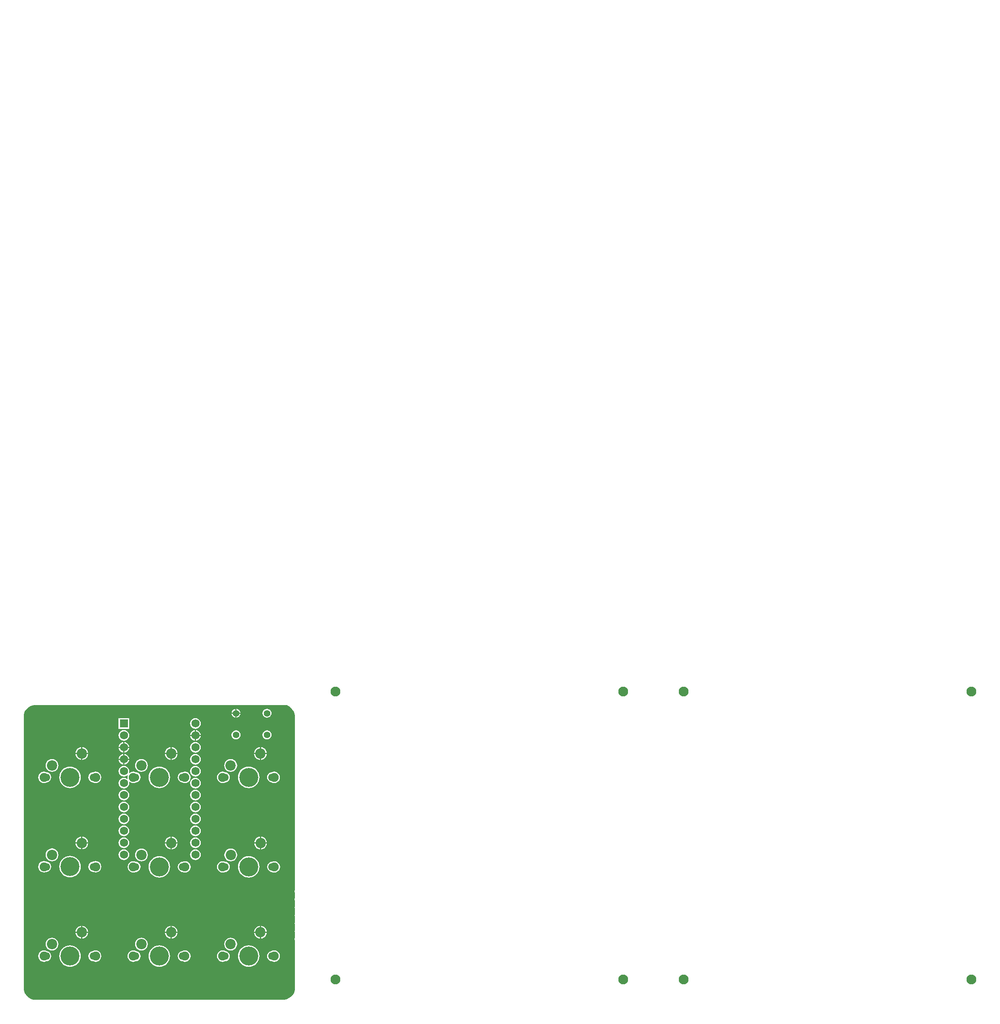
<source format=gbr>
%TF.GenerationSoftware,Altium Limited,Altium Designer,20.1.12 (249)*%
G04 Layer_Physical_Order=1*
G04 Layer_Color=255*
%FSLAX26Y26*%
%MOIN*%
%TF.SameCoordinates,48E641B1-37B0-44A9-B879-09A3BD72E7FB*%
%TF.FilePolarity,Positive*%
%TF.FileFunction,Copper,L1,Top,Signal*%
%TF.Part,Single*%
G01*
G75*
%TA.AperFunction,ComponentPad*%
%ADD10C,0.069016*%
%ADD11R,0.069016X0.069016*%
%ADD12C,0.159449*%
%ADD13C,0.086614*%
%ADD14C,0.074803*%
%ADD15C,0.066929*%
%ADD16C,0.055118*%
%TA.AperFunction,ViaPad*%
%ADD17C,0.082677*%
G36*
X2216175Y2477732D02*
X2228406Y2472666D01*
X2239414Y2465311D01*
X2254175Y2450549D01*
X2254175Y2450549D01*
X2261140Y2443585D01*
X2272083Y2427206D01*
X2279622Y2409007D01*
X2283465Y2389688D01*
Y2379838D01*
Y930604D01*
X2283010Y929506D01*
X2282814Y928521D01*
X2282430Y927593D01*
X2281339Y922108D01*
Y921104D01*
X2281143Y920119D01*
Y914527D01*
X2281339Y913542D01*
Y912538D01*
X2282430Y907053D01*
X2282814Y906125D01*
X2283010Y905140D01*
X2283465Y904042D01*
Y863674D01*
X2283010Y862577D01*
X2282814Y861592D01*
X2282430Y860664D01*
X2281339Y855179D01*
Y854175D01*
X2281143Y853190D01*
Y847597D01*
X2281339Y846613D01*
Y845609D01*
X2282430Y840124D01*
X2282814Y839196D01*
X2283010Y838211D01*
X2283465Y837113D01*
Y794252D01*
X2283381Y793831D01*
X2282997Y792904D01*
X2281906Y787419D01*
Y786414D01*
X2281710Y785430D01*
Y779837D01*
X2281906Y778852D01*
Y777848D01*
X2282997Y772363D01*
X2283381Y771436D01*
X2283465Y771015D01*
Y727323D01*
X2283381Y726902D01*
X2282997Y725975D01*
X2281906Y720490D01*
Y719485D01*
X2281710Y718500D01*
Y712908D01*
X2281906Y711923D01*
Y710919D01*
X2282997Y705434D01*
X2283381Y704506D01*
X2283465Y704086D01*
Y660394D01*
X2283381Y659973D01*
X2282997Y659045D01*
X2281906Y653561D01*
Y652556D01*
X2281710Y651571D01*
Y645979D01*
X2281906Y644994D01*
Y643990D01*
X2282997Y638505D01*
X2283381Y637577D01*
X2283465Y637157D01*
Y595584D01*
X2283313Y594822D01*
X2282929Y593894D01*
X2281838Y588409D01*
Y587405D01*
X2281642Y586420D01*
Y580828D01*
X2281838Y579843D01*
Y578839D01*
X2282929Y573354D01*
X2283313Y572426D01*
X2283465Y571664D01*
Y530080D01*
X2283126Y529261D01*
X2282930Y528276D01*
X2282545Y527348D01*
X2281454Y521863D01*
Y520859D01*
X2281258Y519874D01*
Y514282D01*
X2281454Y513297D01*
Y512293D01*
X2282545Y506808D01*
X2282930Y505880D01*
X2283126Y504895D01*
X2283465Y504077D01*
Y96737D01*
Y90117D01*
X2280882Y77132D01*
X2275815Y64901D01*
X2268460Y53893D01*
X2253699Y39132D01*
X2253699D01*
X2246734Y32167D01*
X2230356Y21224D01*
X2212157Y13685D01*
X2192837Y9842D01*
X90117D01*
X77132Y12425D01*
X64901Y17492D01*
X53893Y24847D01*
X30722Y48019D01*
X30722Y48019D01*
X30721Y48019D01*
X25757Y52983D01*
X17956Y64659D01*
X12582Y77632D01*
X9842Y91404D01*
Y98425D01*
Y2393421D01*
Y2400040D01*
X12425Y2413025D01*
X17492Y2425256D01*
X24847Y2436264D01*
X39608Y2451026D01*
X39608Y2451026D01*
Y2451026D01*
X46573Y2457990D01*
X62951Y2468934D01*
X81150Y2476472D01*
X100470Y2480315D01*
X2203190D01*
X2216175Y2477732D01*
D02*
G37*
G36*
X5782598Y8184882D02*
D01*
D02*
G37*
%LPC*%
G36*
X1793740Y2447619D02*
Y2415394D01*
X1825965D01*
X1825332Y2420199D01*
X1821548Y2429335D01*
X1815528Y2437181D01*
X1807682Y2443201D01*
X1798545Y2446986D01*
X1793740Y2447619D01*
D02*
G37*
G36*
X1783740Y2447619D02*
X1778935Y2446986D01*
X1769799Y2443201D01*
X1761953Y2437181D01*
X1755932Y2429335D01*
X1752148Y2420199D01*
X1751515Y2415394D01*
X1783740D01*
Y2447619D01*
D02*
G37*
G36*
X1825965Y2405394D02*
X1793740D01*
Y2373169D01*
X1798545Y2373801D01*
X1807682Y2377586D01*
X1815528Y2383606D01*
X1821548Y2391452D01*
X1825332Y2400589D01*
X1825965Y2405394D01*
D02*
G37*
G36*
X1783740D02*
X1751515D01*
X1752148Y2400589D01*
X1755932Y2391452D01*
X1761953Y2383606D01*
X1769799Y2377586D01*
X1778935Y2373801D01*
X1783740Y2373169D01*
Y2405394D01*
D02*
G37*
G36*
X2048583Y2448277D02*
X2038778Y2446986D01*
X2029641Y2443201D01*
X2021795Y2437181D01*
X2015775Y2429335D01*
X2011990Y2420199D01*
X2010700Y2410394D01*
X2011990Y2400589D01*
X2015775Y2391452D01*
X2021795Y2383606D01*
X2029641Y2377586D01*
X2038778Y2373801D01*
X2048583Y2372511D01*
X2058388Y2373801D01*
X2067524Y2377586D01*
X2075370Y2383606D01*
X2081390Y2391452D01*
X2085175Y2400589D01*
X2086466Y2410394D01*
X2085175Y2420199D01*
X2081390Y2429335D01*
X2075370Y2437181D01*
X2067524Y2443201D01*
X2058388Y2446986D01*
X2048583Y2448277D01*
D02*
G37*
G36*
X893362Y2368682D02*
X804346D01*
Y2279666D01*
X893362D01*
Y2368682D01*
D02*
G37*
G36*
X1448854Y2369066D02*
X1437235Y2367536D01*
X1426408Y2363051D01*
X1417111Y2355917D01*
X1409977Y2346620D01*
X1405492Y2335793D01*
X1403962Y2324174D01*
X1405492Y2312555D01*
X1409977Y2301728D01*
X1417111Y2292430D01*
X1426408Y2285296D01*
X1437235Y2280811D01*
X1448854Y2279282D01*
X1460473Y2280811D01*
X1471300Y2285296D01*
X1480598Y2292430D01*
X1487732Y2301728D01*
X1492216Y2312555D01*
X1493746Y2324174D01*
X1492216Y2335793D01*
X1487732Y2346620D01*
X1480598Y2355917D01*
X1471300Y2363051D01*
X1460473Y2367536D01*
X1448854Y2369066D01*
D02*
G37*
G36*
X1453854Y2268407D02*
Y2229174D01*
X1493088D01*
X1492216Y2235793D01*
X1487732Y2246620D01*
X1480598Y2255917D01*
X1471300Y2263051D01*
X1460473Y2267536D01*
X1453854Y2268407D01*
D02*
G37*
G36*
X1443854D02*
X1437235Y2267536D01*
X1426408Y2263051D01*
X1417111Y2255917D01*
X1409977Y2246620D01*
X1405492Y2235793D01*
X1404621Y2229174D01*
X1443854D01*
Y2268407D01*
D02*
G37*
G36*
X2048583Y2267174D02*
X2038778Y2265884D01*
X2029641Y2262099D01*
X2021795Y2256079D01*
X2015775Y2248233D01*
X2011990Y2239096D01*
X2010700Y2229291D01*
X2011990Y2219486D01*
X2015775Y2210350D01*
X2021795Y2202504D01*
X2029641Y2196484D01*
X2038778Y2192699D01*
X2048583Y2191408D01*
X2058388Y2192699D01*
X2067524Y2196484D01*
X2075370Y2202504D01*
X2081390Y2210350D01*
X2085175Y2219486D01*
X2086466Y2229291D01*
X2085175Y2239096D01*
X2081390Y2248233D01*
X2075370Y2256079D01*
X2067524Y2262099D01*
X2058388Y2265884D01*
X2048583Y2267174D01*
D02*
G37*
G36*
X1788740D02*
X1778935Y2265884D01*
X1769799Y2262099D01*
X1761953Y2256079D01*
X1755932Y2248233D01*
X1752148Y2239096D01*
X1750857Y2229291D01*
X1752148Y2219486D01*
X1755932Y2210350D01*
X1761953Y2202504D01*
X1769799Y2196484D01*
X1778935Y2192699D01*
X1788740Y2191408D01*
X1798545Y2192699D01*
X1807682Y2196484D01*
X1815528Y2202504D01*
X1821548Y2210350D01*
X1825332Y2219486D01*
X1826623Y2229291D01*
X1825332Y2239096D01*
X1821548Y2248233D01*
X1815528Y2256079D01*
X1807682Y2262099D01*
X1798545Y2265884D01*
X1788740Y2267174D01*
D02*
G37*
G36*
X1493088Y2219174D02*
X1453854D01*
Y2179940D01*
X1460473Y2180811D01*
X1471300Y2185296D01*
X1480598Y2192430D01*
X1487732Y2201728D01*
X1492216Y2212555D01*
X1493088Y2219174D01*
D02*
G37*
G36*
X1443854D02*
X1404621D01*
X1405492Y2212555D01*
X1409977Y2201728D01*
X1417111Y2192430D01*
X1426408Y2185296D01*
X1437235Y2180811D01*
X1443854Y2179940D01*
Y2219174D01*
D02*
G37*
G36*
X848854Y2269066D02*
X837235Y2267536D01*
X826408Y2263051D01*
X817111Y2255917D01*
X809977Y2246620D01*
X805492Y2235793D01*
X803962Y2224174D01*
X805492Y2212555D01*
X809977Y2201728D01*
X817111Y2192430D01*
X826408Y2185296D01*
X837235Y2180811D01*
X848854Y2179282D01*
X860473Y2180811D01*
X871300Y2185296D01*
X880598Y2192430D01*
X887732Y2201728D01*
X892216Y2212555D01*
X893746Y2224174D01*
X892216Y2235793D01*
X887732Y2246620D01*
X880598Y2255917D01*
X871300Y2263051D01*
X860473Y2267536D01*
X848854Y2269066D01*
D02*
G37*
G36*
X853854Y2168407D02*
Y2129174D01*
X893088D01*
X892216Y2135793D01*
X887732Y2146620D01*
X880598Y2155917D01*
X871300Y2163051D01*
X860473Y2167536D01*
X853854Y2168407D01*
D02*
G37*
G36*
X843854D02*
X837235Y2167536D01*
X826408Y2163051D01*
X817111Y2155917D01*
X809977Y2146620D01*
X805492Y2135793D01*
X804621Y2129174D01*
X843854D01*
Y2168407D01*
D02*
G37*
G36*
X893088Y2119174D02*
X853854D01*
Y2079940D01*
X860473Y2080811D01*
X871300Y2085296D01*
X880598Y2092430D01*
X887732Y2101728D01*
X892216Y2112555D01*
X893088Y2119174D01*
D02*
G37*
G36*
X843854D02*
X804621D01*
X805492Y2112555D01*
X809977Y2101728D01*
X817111Y2092430D01*
X826408Y2085296D01*
X837235Y2080811D01*
X843854Y2079940D01*
Y2119174D01*
D02*
G37*
G36*
X1448854Y2169066D02*
X1437235Y2167536D01*
X1426408Y2163051D01*
X1417111Y2155917D01*
X1409977Y2146620D01*
X1405492Y2135793D01*
X1403962Y2124174D01*
X1405492Y2112555D01*
X1409977Y2101728D01*
X1417111Y2092430D01*
X1426408Y2085296D01*
X1437235Y2080811D01*
X1448854Y2079282D01*
X1460473Y2080811D01*
X1471300Y2085296D01*
X1480598Y2092430D01*
X1487732Y2101728D01*
X1492216Y2112555D01*
X1493746Y2124174D01*
X1492216Y2135793D01*
X1487732Y2146620D01*
X1480598Y2155917D01*
X1471300Y2163051D01*
X1460473Y2167536D01*
X1448854Y2169066D01*
D02*
G37*
G36*
X1999882Y2125943D02*
Y2077835D01*
X2047991D01*
X2046817Y2086751D01*
X2041446Y2099718D01*
X2032901Y2110854D01*
X2021765Y2119398D01*
X2008798Y2124770D01*
X1999882Y2125943D01*
D02*
G37*
G36*
X1989882D02*
X1980966Y2124770D01*
X1967998Y2119398D01*
X1956863Y2110854D01*
X1948318Y2099718D01*
X1942947Y2086751D01*
X1941773Y2077835D01*
X1989882D01*
Y2125943D01*
D02*
G37*
G36*
X1250669D02*
Y2077835D01*
X1298778D01*
X1297604Y2086751D01*
X1292233Y2099718D01*
X1283688Y2110854D01*
X1272553Y2119398D01*
X1259585Y2124770D01*
X1250669Y2125943D01*
D02*
G37*
G36*
X1240669D02*
X1231753Y2124770D01*
X1218786Y2119398D01*
X1207650Y2110854D01*
X1199106Y2099718D01*
X1193734Y2086751D01*
X1192561Y2077835D01*
X1240669D01*
Y2125943D01*
D02*
G37*
G36*
X501457D02*
Y2077835D01*
X549565D01*
X548392Y2086751D01*
X543020Y2099718D01*
X534476Y2110854D01*
X523340Y2119398D01*
X510373Y2124770D01*
X501457Y2125943D01*
D02*
G37*
G36*
X491457D02*
X482541Y2124770D01*
X469573Y2119398D01*
X458438Y2110854D01*
X449893Y2099718D01*
X444522Y2086751D01*
X443348Y2077835D01*
X491457D01*
Y2125943D01*
D02*
G37*
G36*
X853854Y2068407D02*
Y2029174D01*
X893088D01*
X892216Y2035793D01*
X887732Y2046620D01*
X880598Y2055917D01*
X871300Y2063051D01*
X860473Y2067536D01*
X853854Y2068407D01*
D02*
G37*
G36*
X843854D02*
X837235Y2067536D01*
X826408Y2063051D01*
X817111Y2055917D01*
X809977Y2046620D01*
X805492Y2035793D01*
X804621Y2029174D01*
X843854D01*
Y2068407D01*
D02*
G37*
G36*
X2047991Y2067835D02*
X1999882D01*
Y2019726D01*
X2008798Y2020900D01*
X2021765Y2026271D01*
X2032901Y2034815D01*
X2041446Y2045951D01*
X2046817Y2058919D01*
X2047991Y2067835D01*
D02*
G37*
G36*
X1989882D02*
X1941773D01*
X1942947Y2058919D01*
X1948318Y2045951D01*
X1956863Y2034815D01*
X1967998Y2026271D01*
X1980966Y2020900D01*
X1989882Y2019726D01*
Y2067835D01*
D02*
G37*
G36*
X549565D02*
X501457D01*
Y2019726D01*
X510373Y2020900D01*
X523340Y2026271D01*
X534476Y2034815D01*
X543020Y2045951D01*
X548392Y2058919D01*
X549565Y2067835D01*
D02*
G37*
G36*
X491457D02*
X443348D01*
X444522Y2058919D01*
X449893Y2045951D01*
X458438Y2034815D01*
X469573Y2026271D01*
X482541Y2020900D01*
X491457Y2019726D01*
Y2067835D01*
D02*
G37*
G36*
X1298778D02*
X1250669D01*
Y2019726D01*
X1259585Y2020900D01*
X1272553Y2026271D01*
X1283688Y2034815D01*
X1292233Y2045951D01*
X1297604Y2058919D01*
X1298778Y2067835D01*
D02*
G37*
G36*
X1240669D02*
X1192561D01*
X1193734Y2058919D01*
X1199106Y2045951D01*
X1207650Y2034815D01*
X1218786Y2026271D01*
X1231753Y2020900D01*
X1240669Y2019726D01*
Y2067835D01*
D02*
G37*
G36*
X893088Y2019174D02*
X853854D01*
Y1979940D01*
X860473Y1980812D01*
X871300Y1985296D01*
X880598Y1992430D01*
X887732Y2001728D01*
X892216Y2012555D01*
X893088Y2019174D01*
D02*
G37*
G36*
X843854D02*
X804621D01*
X805492Y2012555D01*
X809977Y2001728D01*
X817111Y1992430D01*
X826408Y1985296D01*
X837235Y1980812D01*
X843854Y1979940D01*
Y2019174D01*
D02*
G37*
G36*
X1448854Y2069066D02*
X1437235Y2067536D01*
X1426408Y2063051D01*
X1417111Y2055917D01*
X1409977Y2046620D01*
X1405492Y2035793D01*
X1403962Y2024174D01*
X1405492Y2012555D01*
X1409977Y2001728D01*
X1417111Y1992430D01*
X1426408Y1985296D01*
X1437235Y1980812D01*
X1448854Y1979282D01*
X1460473Y1980812D01*
X1471300Y1985296D01*
X1480598Y1992430D01*
X1487732Y2001728D01*
X1492216Y2012555D01*
X1493746Y2024174D01*
X1492216Y2035793D01*
X1487732Y2046620D01*
X1480598Y2055917D01*
X1471300Y2063051D01*
X1460473Y2067536D01*
X1448854Y2069066D01*
D02*
G37*
G36*
X1744882Y2026602D02*
X1730966Y2024770D01*
X1717998Y2019398D01*
X1706863Y2010854D01*
X1698318Y1999718D01*
X1692947Y1986751D01*
X1691115Y1972835D01*
X1692947Y1958919D01*
X1698318Y1945951D01*
X1706863Y1934815D01*
X1717998Y1926271D01*
X1730966Y1920900D01*
X1744882Y1919068D01*
X1758798Y1920900D01*
X1771765Y1926271D01*
X1782901Y1934815D01*
X1791446Y1945951D01*
X1796817Y1958919D01*
X1798649Y1972835D01*
X1796817Y1986751D01*
X1791446Y1999718D01*
X1782901Y2010854D01*
X1771765Y2019398D01*
X1758798Y2024770D01*
X1744882Y2026602D01*
D02*
G37*
G36*
X995669D02*
X981753Y2024770D01*
X968786Y2019398D01*
X957650Y2010854D01*
X949106Y1999718D01*
X943734Y1986751D01*
X941902Y1972835D01*
X943734Y1958919D01*
X949106Y1945951D01*
X957650Y1934815D01*
X968786Y1926271D01*
X981753Y1920900D01*
X995669Y1919068D01*
X1009585Y1920900D01*
X1022553Y1926271D01*
X1033688Y1934815D01*
X1042233Y1945951D01*
X1047604Y1958919D01*
X1049436Y1972835D01*
X1047604Y1986751D01*
X1042233Y1999718D01*
X1033688Y2010854D01*
X1022553Y2019398D01*
X1009585Y2024770D01*
X995669Y2026602D01*
D02*
G37*
G36*
X246457D02*
X232541Y2024770D01*
X219573Y2019398D01*
X208438Y2010854D01*
X199893Y1999718D01*
X194522Y1986751D01*
X192690Y1972835D01*
X194522Y1958919D01*
X199893Y1945951D01*
X208438Y1934815D01*
X219573Y1926271D01*
X232541Y1920900D01*
X246457Y1919068D01*
X260373Y1920900D01*
X273340Y1926271D01*
X284476Y1934815D01*
X293020Y1945951D01*
X298392Y1958919D01*
X300224Y1972835D01*
X298392Y1986751D01*
X293020Y1999718D01*
X284476Y2010854D01*
X273340Y2019398D01*
X260373Y2024770D01*
X246457Y2026602D01*
D02*
G37*
G36*
X1448854Y1969066D02*
X1437235Y1967536D01*
X1426408Y1963051D01*
X1417111Y1955917D01*
X1409977Y1946620D01*
X1405492Y1935793D01*
X1403962Y1924174D01*
X1405492Y1912555D01*
X1409977Y1901728D01*
X1417111Y1892430D01*
X1426408Y1885296D01*
X1437235Y1880812D01*
X1448854Y1879282D01*
X1460473Y1880812D01*
X1471300Y1885296D01*
X1480598Y1892430D01*
X1487732Y1901728D01*
X1492216Y1912555D01*
X1493746Y1924174D01*
X1492216Y1935793D01*
X1487732Y1946620D01*
X1480598Y1955917D01*
X1471300Y1963051D01*
X1460473Y1967536D01*
X1448854Y1969066D01*
D02*
G37*
G36*
X848854D02*
X837235Y1967536D01*
X826408Y1963051D01*
X817111Y1955917D01*
X809977Y1946620D01*
X805492Y1935793D01*
X803962Y1924174D01*
X805492Y1912555D01*
X809977Y1901728D01*
X817111Y1892430D01*
X826408Y1885296D01*
X837235Y1880812D01*
X848854Y1879282D01*
X860473Y1880812D01*
X871300Y1885296D01*
X878481Y1890806D01*
X882588Y1887655D01*
X881574Y1885209D01*
X879945Y1872835D01*
X881427Y1861583D01*
X878823Y1859419D01*
X876955Y1858712D01*
X871300Y1863051D01*
X860473Y1867536D01*
X848854Y1869066D01*
X837235Y1867536D01*
X826408Y1863051D01*
X817111Y1855917D01*
X809977Y1846620D01*
X805492Y1835793D01*
X803962Y1824174D01*
X805492Y1812555D01*
X809977Y1801728D01*
X817111Y1792430D01*
X826408Y1785296D01*
X837235Y1780812D01*
X848854Y1779282D01*
X860473Y1780812D01*
X871300Y1785296D01*
X880598Y1792430D01*
X887732Y1801728D01*
X892216Y1812555D01*
X893746Y1824174D01*
X892471Y1833859D01*
X897062Y1836639D01*
X903851Y1831429D01*
X915382Y1826653D01*
X927756Y1825024D01*
X940130Y1826653D01*
X946296Y1829207D01*
X956032Y1830489D01*
X966605Y1834868D01*
X975684Y1841835D01*
X982651Y1850915D01*
X987031Y1861488D01*
X988525Y1872835D01*
X987031Y1884181D01*
X982651Y1894754D01*
X975684Y1903834D01*
X966605Y1910801D01*
X956032Y1915180D01*
X946296Y1916462D01*
X940130Y1919016D01*
X927756Y1920645D01*
X915382Y1919016D01*
X903851Y1914240D01*
X895753Y1908026D01*
X891646Y1911177D01*
X892216Y1912555D01*
X893746Y1924174D01*
X892216Y1935793D01*
X887732Y1946620D01*
X880598Y1955917D01*
X871300Y1963051D01*
X860473Y1967536D01*
X848854Y1969066D01*
D02*
G37*
G36*
X2110433Y1920645D02*
X2098059Y1919016D01*
X2091710Y1916386D01*
X2082551Y1915180D01*
X2071978Y1910801D01*
X2062898Y1903834D01*
X2055931Y1894754D01*
X2051552Y1884181D01*
X2050058Y1872835D01*
X2051552Y1861488D01*
X2055931Y1850915D01*
X2062898Y1841835D01*
X2071978Y1834868D01*
X2082551Y1830489D01*
X2091710Y1829283D01*
X2098059Y1826653D01*
X2110433Y1825024D01*
X2122807Y1826653D01*
X2134338Y1831429D01*
X2144240Y1839027D01*
X2151838Y1848929D01*
X2156614Y1860460D01*
X2158244Y1872835D01*
X2156614Y1885209D01*
X2151838Y1896740D01*
X2144240Y1906642D01*
X2134338Y1914240D01*
X2122807Y1919016D01*
X2110433Y1920645D01*
D02*
G37*
G36*
X1676968D02*
X1664594Y1919016D01*
X1653063Y1914240D01*
X1643161Y1906642D01*
X1635563Y1896740D01*
X1630787Y1885209D01*
X1629158Y1872835D01*
X1630787Y1860460D01*
X1635563Y1848929D01*
X1643161Y1839027D01*
X1653063Y1831429D01*
X1664594Y1826653D01*
X1676968Y1825024D01*
X1689343Y1826653D01*
X1695508Y1829207D01*
X1705244Y1830489D01*
X1715817Y1834868D01*
X1724897Y1841835D01*
X1731864Y1850915D01*
X1736243Y1861488D01*
X1737737Y1872835D01*
X1736243Y1884181D01*
X1731864Y1894754D01*
X1724897Y1903834D01*
X1715817Y1910801D01*
X1705244Y1915180D01*
X1695508Y1916462D01*
X1689343Y1919016D01*
X1676968Y1920645D01*
D02*
G37*
G36*
X1361220D02*
X1348846Y1919016D01*
X1342497Y1916386D01*
X1333339Y1915180D01*
X1322765Y1910801D01*
X1313686Y1903834D01*
X1306719Y1894754D01*
X1302339Y1884181D01*
X1300845Y1872835D01*
X1302339Y1861488D01*
X1306719Y1850915D01*
X1313686Y1841835D01*
X1322765Y1834868D01*
X1333339Y1830489D01*
X1342497Y1829283D01*
X1348846Y1826653D01*
X1361220Y1825024D01*
X1373595Y1826653D01*
X1385126Y1831429D01*
X1395028Y1839027D01*
X1402626Y1848929D01*
X1407402Y1860460D01*
X1409031Y1872835D01*
X1407402Y1885209D01*
X1402626Y1896740D01*
X1395028Y1906642D01*
X1385126Y1914240D01*
X1373595Y1919016D01*
X1361220Y1920645D01*
D02*
G37*
G36*
X612008D02*
X599634Y1919016D01*
X593285Y1916386D01*
X584126Y1915180D01*
X573553Y1910801D01*
X564473Y1903834D01*
X557506Y1894754D01*
X553126Y1884181D01*
X551633Y1872835D01*
X553126Y1861488D01*
X557506Y1850915D01*
X564473Y1841835D01*
X573553Y1834868D01*
X584126Y1830489D01*
X593285Y1829283D01*
X599634Y1826653D01*
X612008Y1825024D01*
X624382Y1826653D01*
X635913Y1831429D01*
X645815Y1839027D01*
X653413Y1848929D01*
X658189Y1860460D01*
X659818Y1872835D01*
X658189Y1885209D01*
X653413Y1896740D01*
X645815Y1906642D01*
X635913Y1914240D01*
X624382Y1919016D01*
X612008Y1920645D01*
D02*
G37*
G36*
X178543D02*
X166169Y1919016D01*
X154638Y1914240D01*
X144736Y1906642D01*
X137138Y1896740D01*
X132362Y1885209D01*
X130733Y1872835D01*
X132362Y1860460D01*
X137138Y1848929D01*
X144736Y1839027D01*
X154638Y1831429D01*
X166169Y1826653D01*
X178543Y1825024D01*
X190917Y1826653D01*
X197083Y1829207D01*
X206819Y1830489D01*
X217392Y1834868D01*
X226472Y1841835D01*
X233439Y1850915D01*
X237818Y1861488D01*
X239312Y1872835D01*
X237818Y1884181D01*
X233439Y1894754D01*
X226472Y1903834D01*
X217392Y1910801D01*
X206819Y1915180D01*
X197083Y1916462D01*
X190917Y1919016D01*
X178543Y1920645D01*
D02*
G37*
G36*
X1895472Y1963584D02*
X1877883Y1961851D01*
X1860970Y1956721D01*
X1845383Y1948389D01*
X1831721Y1937177D01*
X1820508Y1923515D01*
X1812177Y1907927D01*
X1807046Y1891014D01*
X1805314Y1873425D01*
X1807046Y1855836D01*
X1812177Y1838923D01*
X1820508Y1823336D01*
X1831721Y1809674D01*
X1845383Y1798461D01*
X1860970Y1790130D01*
X1877883Y1784999D01*
X1895472Y1783267D01*
X1913062Y1784999D01*
X1929975Y1790130D01*
X1945562Y1798461D01*
X1959224Y1809674D01*
X1970437Y1823336D01*
X1978768Y1838923D01*
X1983899Y1855836D01*
X1985631Y1873425D01*
X1983899Y1891014D01*
X1978768Y1907927D01*
X1970437Y1923515D01*
X1959224Y1937177D01*
X1945562Y1948389D01*
X1929975Y1956721D01*
X1913062Y1961851D01*
X1895472Y1963584D01*
D02*
G37*
G36*
X1146260D02*
X1128671Y1961851D01*
X1111758Y1956721D01*
X1096170Y1948389D01*
X1082508Y1937177D01*
X1071296Y1923515D01*
X1062964Y1907927D01*
X1057834Y1891014D01*
X1056101Y1873425D01*
X1057834Y1855836D01*
X1062964Y1838923D01*
X1071296Y1823336D01*
X1082508Y1809674D01*
X1096170Y1798461D01*
X1111758Y1790130D01*
X1128671Y1784999D01*
X1146260Y1783267D01*
X1163849Y1784999D01*
X1180762Y1790130D01*
X1196349Y1798461D01*
X1210012Y1809674D01*
X1221224Y1823336D01*
X1229555Y1838923D01*
X1234686Y1855836D01*
X1236418Y1873425D01*
X1234686Y1891014D01*
X1229555Y1907927D01*
X1221224Y1923515D01*
X1210012Y1937177D01*
X1196349Y1948389D01*
X1180762Y1956721D01*
X1163849Y1961851D01*
X1146260Y1963584D01*
D02*
G37*
G36*
X397047D02*
X379458Y1961851D01*
X362545Y1956721D01*
X346958Y1948389D01*
X333296Y1937177D01*
X322083Y1923515D01*
X313752Y1907927D01*
X308621Y1891014D01*
X306889Y1873425D01*
X308621Y1855836D01*
X313752Y1838923D01*
X322083Y1823336D01*
X333296Y1809674D01*
X346958Y1798461D01*
X362545Y1790130D01*
X379458Y1784999D01*
X397047Y1783267D01*
X414636Y1784999D01*
X431549Y1790130D01*
X447137Y1798461D01*
X460799Y1809674D01*
X472011Y1823336D01*
X480343Y1838923D01*
X485473Y1855836D01*
X487206Y1873425D01*
X485473Y1891014D01*
X480343Y1907927D01*
X472011Y1923515D01*
X460799Y1937177D01*
X447137Y1948389D01*
X431549Y1956721D01*
X414636Y1961851D01*
X397047Y1963584D01*
D02*
G37*
G36*
X1448854Y1869066D02*
X1437235Y1867536D01*
X1426408Y1863051D01*
X1417111Y1855917D01*
X1409977Y1846620D01*
X1405492Y1835793D01*
X1403962Y1824174D01*
X1405492Y1812555D01*
X1409977Y1801728D01*
X1417111Y1792430D01*
X1426408Y1785296D01*
X1437235Y1780812D01*
X1448854Y1779282D01*
X1460473Y1780812D01*
X1471300Y1785296D01*
X1480598Y1792430D01*
X1487732Y1801728D01*
X1492216Y1812555D01*
X1493746Y1824174D01*
X1492216Y1835793D01*
X1487732Y1846620D01*
X1480598Y1855917D01*
X1471300Y1863051D01*
X1460473Y1867536D01*
X1448854Y1869066D01*
D02*
G37*
G36*
Y1769066D02*
X1437235Y1767536D01*
X1426408Y1763051D01*
X1417111Y1755917D01*
X1409977Y1746620D01*
X1405492Y1735793D01*
X1403962Y1724174D01*
X1405492Y1712555D01*
X1409977Y1701728D01*
X1417111Y1692430D01*
X1426408Y1685296D01*
X1437235Y1680812D01*
X1448854Y1679282D01*
X1460473Y1680812D01*
X1471300Y1685296D01*
X1480598Y1692430D01*
X1487732Y1701728D01*
X1492216Y1712555D01*
X1493746Y1724174D01*
X1492216Y1735793D01*
X1487732Y1746620D01*
X1480598Y1755917D01*
X1471300Y1763051D01*
X1460473Y1767536D01*
X1448854Y1769066D01*
D02*
G37*
G36*
X848854D02*
X837235Y1767536D01*
X826408Y1763051D01*
X817111Y1755917D01*
X809977Y1746620D01*
X805492Y1735793D01*
X803962Y1724174D01*
X805492Y1712555D01*
X809977Y1701728D01*
X817111Y1692430D01*
X826408Y1685296D01*
X837235Y1680812D01*
X848854Y1679282D01*
X860473Y1680812D01*
X871300Y1685296D01*
X880598Y1692430D01*
X887732Y1701728D01*
X892216Y1712555D01*
X893746Y1724174D01*
X892216Y1735793D01*
X887732Y1746620D01*
X880598Y1755917D01*
X871300Y1763051D01*
X860473Y1767536D01*
X848854Y1769066D01*
D02*
G37*
G36*
X1448854Y1669066D02*
X1437235Y1667536D01*
X1426408Y1663051D01*
X1417111Y1655917D01*
X1409977Y1646620D01*
X1405492Y1635793D01*
X1403962Y1624174D01*
X1405492Y1612555D01*
X1409977Y1601728D01*
X1417111Y1592430D01*
X1426408Y1585296D01*
X1437235Y1580812D01*
X1448854Y1579282D01*
X1460473Y1580812D01*
X1471300Y1585296D01*
X1480598Y1592430D01*
X1487732Y1601728D01*
X1492216Y1612555D01*
X1493746Y1624174D01*
X1492216Y1635793D01*
X1487732Y1646620D01*
X1480598Y1655917D01*
X1471300Y1663051D01*
X1460473Y1667536D01*
X1448854Y1669066D01*
D02*
G37*
G36*
X848854D02*
X837235Y1667536D01*
X826408Y1663051D01*
X817111Y1655917D01*
X809977Y1646620D01*
X805492Y1635793D01*
X803962Y1624174D01*
X805492Y1612555D01*
X809977Y1601728D01*
X817111Y1592430D01*
X826408Y1585296D01*
X837235Y1580812D01*
X848854Y1579282D01*
X860473Y1580812D01*
X871300Y1585296D01*
X880598Y1592430D01*
X887732Y1601728D01*
X892216Y1612555D01*
X893746Y1624174D01*
X892216Y1635793D01*
X887732Y1646620D01*
X880598Y1655917D01*
X871300Y1663051D01*
X860473Y1667536D01*
X848854Y1669066D01*
D02*
G37*
G36*
X1448854Y1569066D02*
X1437235Y1567536D01*
X1426408Y1563051D01*
X1417111Y1555917D01*
X1409977Y1546620D01*
X1405492Y1535793D01*
X1403962Y1524174D01*
X1405492Y1512555D01*
X1409977Y1501728D01*
X1417111Y1492430D01*
X1426408Y1485296D01*
X1437235Y1480812D01*
X1448854Y1479282D01*
X1460473Y1480812D01*
X1471300Y1485296D01*
X1480598Y1492430D01*
X1487732Y1501728D01*
X1492216Y1512555D01*
X1493746Y1524174D01*
X1492216Y1535793D01*
X1487732Y1546620D01*
X1480598Y1555917D01*
X1471300Y1563051D01*
X1460473Y1567536D01*
X1448854Y1569066D01*
D02*
G37*
G36*
X848854D02*
X837235Y1567536D01*
X826408Y1563051D01*
X817111Y1555917D01*
X809977Y1546620D01*
X805492Y1535793D01*
X803962Y1524174D01*
X805492Y1512555D01*
X809977Y1501728D01*
X817111Y1492430D01*
X826408Y1485296D01*
X837235Y1480812D01*
X848854Y1479282D01*
X860473Y1480812D01*
X871300Y1485296D01*
X880598Y1492430D01*
X887732Y1501728D01*
X892216Y1512555D01*
X893746Y1524174D01*
X892216Y1535793D01*
X887732Y1546620D01*
X880598Y1555917D01*
X871300Y1563051D01*
X860473Y1567536D01*
X848854Y1569066D01*
D02*
G37*
G36*
X1448854Y1469066D02*
X1437235Y1467536D01*
X1426408Y1463051D01*
X1417111Y1455917D01*
X1409977Y1446620D01*
X1405492Y1435793D01*
X1403962Y1424174D01*
X1405492Y1412555D01*
X1409977Y1401728D01*
X1417111Y1392430D01*
X1426408Y1385296D01*
X1437235Y1380812D01*
X1448854Y1379282D01*
X1460473Y1380812D01*
X1471300Y1385296D01*
X1480598Y1392430D01*
X1487732Y1401728D01*
X1492216Y1412555D01*
X1493746Y1424174D01*
X1492216Y1435793D01*
X1487732Y1446620D01*
X1480598Y1455917D01*
X1471300Y1463051D01*
X1460473Y1467536D01*
X1448854Y1469066D01*
D02*
G37*
G36*
X848854D02*
X837235Y1467536D01*
X826408Y1463051D01*
X817111Y1455917D01*
X809977Y1446620D01*
X805492Y1435793D01*
X803962Y1424174D01*
X805492Y1412555D01*
X809977Y1401728D01*
X817111Y1392430D01*
X826408Y1385296D01*
X837235Y1380812D01*
X848854Y1379282D01*
X860473Y1380812D01*
X871300Y1385296D01*
X880598Y1392430D01*
X887732Y1401728D01*
X892216Y1412555D01*
X893746Y1424174D01*
X892216Y1435793D01*
X887732Y1446620D01*
X880598Y1455917D01*
X871300Y1463051D01*
X860473Y1467536D01*
X848854Y1469066D01*
D02*
G37*
G36*
X501457Y1376731D02*
Y1328622D01*
X549565D01*
X548392Y1337538D01*
X543020Y1350506D01*
X534476Y1361641D01*
X523340Y1370186D01*
X510373Y1375557D01*
X501457Y1376731D01*
D02*
G37*
G36*
X491457D02*
X482541Y1375557D01*
X469573Y1370186D01*
X458438Y1361641D01*
X449893Y1350506D01*
X444522Y1337538D01*
X443348Y1328622D01*
X491457D01*
Y1376731D01*
D02*
G37*
G36*
X2000118Y1375707D02*
Y1327598D01*
X2048227D01*
X2047053Y1336514D01*
X2041682Y1349482D01*
X2033137Y1360618D01*
X2022002Y1369162D01*
X2009034Y1374533D01*
X2000118Y1375707D01*
D02*
G37*
G36*
X1990118D02*
X1981202Y1374533D01*
X1968235Y1369162D01*
X1957099Y1360618D01*
X1948554Y1349482D01*
X1943183Y1336514D01*
X1942009Y1327598D01*
X1990118D01*
Y1375707D01*
D02*
G37*
G36*
X1250906D02*
Y1327598D01*
X1299014D01*
X1297841Y1336514D01*
X1292469Y1349482D01*
X1283925Y1360618D01*
X1272789Y1369162D01*
X1259821Y1374533D01*
X1250906Y1375707D01*
D02*
G37*
G36*
X1240906D02*
X1231990Y1374533D01*
X1219022Y1369162D01*
X1207886Y1360618D01*
X1199342Y1349482D01*
X1193970Y1336514D01*
X1192797Y1327598D01*
X1240906D01*
Y1375707D01*
D02*
G37*
G36*
X1448854Y1369066D02*
X1437235Y1367536D01*
X1426408Y1363051D01*
X1417111Y1355917D01*
X1409977Y1346620D01*
X1405492Y1335793D01*
X1403962Y1324174D01*
X1405492Y1312555D01*
X1409977Y1301728D01*
X1417111Y1292430D01*
X1426408Y1285296D01*
X1437235Y1280812D01*
X1448854Y1279282D01*
X1460473Y1280812D01*
X1471300Y1285296D01*
X1480598Y1292430D01*
X1487732Y1301728D01*
X1492216Y1312555D01*
X1493746Y1324174D01*
X1492216Y1335793D01*
X1487732Y1346620D01*
X1480598Y1355917D01*
X1471300Y1363051D01*
X1460473Y1367536D01*
X1448854Y1369066D01*
D02*
G37*
G36*
X848854D02*
X837235Y1367536D01*
X826408Y1363051D01*
X817111Y1355917D01*
X809977Y1346620D01*
X805492Y1335793D01*
X803962Y1324174D01*
X805492Y1312555D01*
X809977Y1301728D01*
X817111Y1292430D01*
X826408Y1285296D01*
X837235Y1280812D01*
X848854Y1279282D01*
X860473Y1280812D01*
X871300Y1285296D01*
X880598Y1292430D01*
X887732Y1301728D01*
X892216Y1312555D01*
X893746Y1324174D01*
X892216Y1335793D01*
X887732Y1346620D01*
X880598Y1355917D01*
X871300Y1363051D01*
X860473Y1367536D01*
X848854Y1369066D01*
D02*
G37*
G36*
X549565Y1318622D02*
X501457D01*
Y1270513D01*
X510373Y1271687D01*
X523340Y1277058D01*
X534476Y1285603D01*
X543020Y1296738D01*
X548392Y1309706D01*
X549565Y1318622D01*
D02*
G37*
G36*
X491457D02*
X443348D01*
X444522Y1309706D01*
X449893Y1296738D01*
X458438Y1285603D01*
X469573Y1277058D01*
X482541Y1271687D01*
X491457Y1270513D01*
Y1318622D01*
D02*
G37*
G36*
X2048227Y1317598D02*
X2000118D01*
Y1269490D01*
X2009034Y1270663D01*
X2022002Y1276035D01*
X2033137Y1284579D01*
X2041682Y1295715D01*
X2047053Y1308682D01*
X2048227Y1317598D01*
D02*
G37*
G36*
X1990118D02*
X1942009D01*
X1943183Y1308682D01*
X1948554Y1295715D01*
X1957099Y1284579D01*
X1968235Y1276035D01*
X1981202Y1270663D01*
X1990118Y1269490D01*
Y1317598D01*
D02*
G37*
G36*
X1299014D02*
X1250906D01*
Y1269490D01*
X1259821Y1270663D01*
X1272789Y1276035D01*
X1283925Y1284579D01*
X1292469Y1295715D01*
X1297841Y1308682D01*
X1299014Y1317598D01*
D02*
G37*
G36*
X1240906D02*
X1192797D01*
X1193970Y1308682D01*
X1199342Y1295715D01*
X1207886Y1284579D01*
X1219022Y1276035D01*
X1231990Y1270663D01*
X1240906Y1269490D01*
Y1317598D01*
D02*
G37*
G36*
X1448854Y1269066D02*
X1437235Y1267536D01*
X1426408Y1263051D01*
X1417111Y1255917D01*
X1409977Y1246620D01*
X1405492Y1235793D01*
X1403962Y1224174D01*
X1405492Y1212555D01*
X1409977Y1201728D01*
X1417111Y1192430D01*
X1426408Y1185296D01*
X1437235Y1180812D01*
X1448854Y1179282D01*
X1460473Y1180812D01*
X1471300Y1185296D01*
X1480598Y1192430D01*
X1487732Y1201728D01*
X1492216Y1212555D01*
X1493746Y1224174D01*
X1492216Y1235793D01*
X1487732Y1246620D01*
X1480598Y1255917D01*
X1471300Y1263051D01*
X1460473Y1267536D01*
X1448854Y1269066D01*
D02*
G37*
G36*
X848854D02*
X837235Y1267536D01*
X826408Y1263051D01*
X817111Y1255917D01*
X809977Y1246620D01*
X805492Y1235793D01*
X803962Y1224174D01*
X805492Y1212555D01*
X809977Y1201728D01*
X817111Y1192430D01*
X826408Y1185296D01*
X837235Y1180812D01*
X848854Y1179282D01*
X860473Y1180812D01*
X871300Y1185296D01*
X880598Y1192430D01*
X887732Y1201728D01*
X892216Y1212555D01*
X893746Y1224174D01*
X892216Y1235793D01*
X887732Y1246620D01*
X880598Y1255917D01*
X871300Y1263051D01*
X860473Y1267536D01*
X848854Y1269066D01*
D02*
G37*
G36*
X246457Y1277389D02*
X232541Y1275557D01*
X219573Y1270186D01*
X208438Y1261641D01*
X199893Y1250506D01*
X194522Y1237538D01*
X192690Y1223622D01*
X194522Y1209706D01*
X199893Y1196738D01*
X208438Y1185603D01*
X219573Y1177058D01*
X232541Y1171687D01*
X246457Y1169855D01*
X260373Y1171687D01*
X273340Y1177058D01*
X284476Y1185603D01*
X293020Y1196738D01*
X298392Y1209706D01*
X300224Y1223622D01*
X298392Y1237538D01*
X293020Y1250506D01*
X284476Y1261641D01*
X273340Y1270186D01*
X260373Y1275557D01*
X246457Y1277389D01*
D02*
G37*
G36*
X1745118Y1276366D02*
X1731202Y1274533D01*
X1718235Y1269162D01*
X1707099Y1260618D01*
X1698554Y1249482D01*
X1693183Y1236514D01*
X1691351Y1222598D01*
X1693183Y1208682D01*
X1698554Y1195715D01*
X1707099Y1184579D01*
X1718235Y1176035D01*
X1731202Y1170663D01*
X1745118Y1168831D01*
X1759034Y1170663D01*
X1772002Y1176035D01*
X1783137Y1184579D01*
X1791682Y1195715D01*
X1797053Y1208682D01*
X1798885Y1222598D01*
X1797053Y1236514D01*
X1791682Y1249482D01*
X1783137Y1260618D01*
X1772002Y1269162D01*
X1759034Y1274533D01*
X1745118Y1276366D01*
D02*
G37*
G36*
X995905D02*
X981990Y1274533D01*
X969022Y1269162D01*
X957886Y1260618D01*
X949342Y1249482D01*
X943971Y1236514D01*
X942138Y1222598D01*
X943971Y1208682D01*
X949342Y1195715D01*
X957886Y1184579D01*
X969022Y1176035D01*
X981990Y1170663D01*
X995905Y1168831D01*
X1009821Y1170663D01*
X1022789Y1176035D01*
X1033925Y1184579D01*
X1042469Y1195715D01*
X1047841Y1208682D01*
X1049673Y1222598D01*
X1047841Y1236514D01*
X1042469Y1249482D01*
X1033925Y1260618D01*
X1022789Y1269162D01*
X1009821Y1274533D01*
X995905Y1276366D01*
D02*
G37*
G36*
X612008Y1171432D02*
X599634Y1169803D01*
X593285Y1167174D01*
X584126Y1165968D01*
X573553Y1161588D01*
X564473Y1154621D01*
X557506Y1145542D01*
X553126Y1134968D01*
X551633Y1123622D01*
X553126Y1112275D01*
X557506Y1101702D01*
X564473Y1092623D01*
X573553Y1085656D01*
X584126Y1081276D01*
X593285Y1080070D01*
X599634Y1077441D01*
X612008Y1075812D01*
X624382Y1077441D01*
X635913Y1082217D01*
X645815Y1089815D01*
X653413Y1099717D01*
X658189Y1111248D01*
X659818Y1123622D01*
X658189Y1135996D01*
X653413Y1147527D01*
X645815Y1157429D01*
X635913Y1165027D01*
X624382Y1169803D01*
X612008Y1171432D01*
D02*
G37*
G36*
X178543D02*
X166169Y1169803D01*
X154638Y1165027D01*
X144736Y1157429D01*
X137138Y1147527D01*
X132362Y1135996D01*
X130733Y1123622D01*
X132362Y1111248D01*
X137138Y1099717D01*
X144736Y1089815D01*
X154638Y1082217D01*
X166169Y1077441D01*
X178543Y1075812D01*
X190917Y1077441D01*
X197083Y1079995D01*
X206819Y1081276D01*
X217392Y1085656D01*
X226472Y1092623D01*
X233439Y1101702D01*
X237818Y1112275D01*
X239312Y1123622D01*
X237818Y1134968D01*
X233439Y1145542D01*
X226472Y1154621D01*
X217392Y1161588D01*
X206819Y1165968D01*
X197083Y1167249D01*
X190917Y1169803D01*
X178543Y1171432D01*
D02*
G37*
G36*
X2110669Y1170409D02*
X2098295Y1168780D01*
X2091946Y1166150D01*
X2082787Y1164944D01*
X2072214Y1160565D01*
X2063135Y1153598D01*
X2056168Y1144518D01*
X2051788Y1133945D01*
X2050294Y1122598D01*
X2051788Y1111252D01*
X2056168Y1100679D01*
X2063135Y1091599D01*
X2072214Y1084632D01*
X2082787Y1080253D01*
X2091946Y1079047D01*
X2098295Y1076417D01*
X2110669Y1074788D01*
X2123044Y1076417D01*
X2134575Y1081193D01*
X2144476Y1088791D01*
X2152074Y1098693D01*
X2156851Y1110224D01*
X2158480Y1122598D01*
X2156851Y1134973D01*
X2152074Y1146504D01*
X2144476Y1156406D01*
X2134575Y1164004D01*
X2123044Y1168780D01*
X2110669Y1170409D01*
D02*
G37*
G36*
X1677205D02*
X1664830Y1168780D01*
X1653299Y1164004D01*
X1643398Y1156406D01*
X1635800Y1146504D01*
X1631023Y1134973D01*
X1629394Y1122598D01*
X1631023Y1110224D01*
X1635800Y1098693D01*
X1643398Y1088791D01*
X1653299Y1081193D01*
X1664830Y1076417D01*
X1677205Y1074788D01*
X1689579Y1076417D01*
X1695745Y1078971D01*
X1705480Y1080253D01*
X1716054Y1084632D01*
X1725133Y1091599D01*
X1732100Y1100679D01*
X1736480Y1111252D01*
X1737973Y1122598D01*
X1736480Y1133945D01*
X1732100Y1144518D01*
X1725133Y1153598D01*
X1716054Y1160565D01*
X1705480Y1164944D01*
X1695745Y1166226D01*
X1689579Y1168780D01*
X1677205Y1170409D01*
D02*
G37*
G36*
X1361457D02*
X1349082Y1168780D01*
X1342733Y1166150D01*
X1333575Y1164944D01*
X1323001Y1160565D01*
X1313922Y1153598D01*
X1306955Y1144518D01*
X1302575Y1133945D01*
X1301082Y1122598D01*
X1302575Y1111252D01*
X1306955Y1100679D01*
X1313922Y1091599D01*
X1323001Y1084632D01*
X1333575Y1080253D01*
X1342733Y1079047D01*
X1349082Y1076417D01*
X1361457Y1074788D01*
X1373831Y1076417D01*
X1385362Y1081193D01*
X1395264Y1088791D01*
X1402862Y1098693D01*
X1407638Y1110224D01*
X1409267Y1122598D01*
X1407638Y1134973D01*
X1402862Y1146504D01*
X1395264Y1156406D01*
X1385362Y1164004D01*
X1373831Y1168780D01*
X1361457Y1170409D01*
D02*
G37*
G36*
X927992D02*
X915618Y1168780D01*
X904087Y1164004D01*
X894185Y1156406D01*
X886587Y1146504D01*
X881811Y1134973D01*
X880182Y1122598D01*
X881811Y1110224D01*
X886587Y1098693D01*
X894185Y1088791D01*
X904087Y1081193D01*
X915618Y1076417D01*
X927992Y1074788D01*
X940366Y1076417D01*
X946532Y1078971D01*
X956268Y1080253D01*
X966841Y1084632D01*
X975920Y1091599D01*
X982887Y1100679D01*
X987267Y1111252D01*
X988761Y1122598D01*
X987267Y1133945D01*
X982887Y1144518D01*
X975920Y1153598D01*
X966841Y1160565D01*
X956268Y1164944D01*
X946532Y1166226D01*
X940366Y1168780D01*
X927992Y1170409D01*
D02*
G37*
G36*
X397047Y1214371D02*
X379458Y1212639D01*
X362545Y1207508D01*
X346958Y1199177D01*
X333296Y1187964D01*
X322083Y1174302D01*
X313752Y1158715D01*
X308621Y1141802D01*
X306889Y1124213D01*
X308621Y1106623D01*
X313752Y1089710D01*
X322083Y1074123D01*
X333296Y1060461D01*
X346958Y1049248D01*
X362545Y1040917D01*
X379458Y1035786D01*
X397047Y1034054D01*
X414636Y1035786D01*
X431549Y1040917D01*
X447137Y1049248D01*
X460799Y1060461D01*
X472011Y1074123D01*
X480343Y1089710D01*
X485473Y1106623D01*
X487206Y1124213D01*
X485473Y1141802D01*
X480343Y1158715D01*
X472011Y1174302D01*
X460799Y1187964D01*
X447137Y1199177D01*
X431549Y1207508D01*
X414636Y1212639D01*
X397047Y1214371D01*
D02*
G37*
G36*
X1895709Y1213348D02*
X1878120Y1211615D01*
X1861207Y1206485D01*
X1845619Y1198153D01*
X1831957Y1186941D01*
X1820745Y1173278D01*
X1812413Y1157691D01*
X1807283Y1140778D01*
X1805550Y1123189D01*
X1807283Y1105600D01*
X1812413Y1088687D01*
X1820745Y1073100D01*
X1831957Y1059437D01*
X1845619Y1048225D01*
X1861207Y1039893D01*
X1878120Y1034763D01*
X1895709Y1033031D01*
X1913298Y1034763D01*
X1930211Y1039893D01*
X1945798Y1048225D01*
X1959460Y1059437D01*
X1970673Y1073100D01*
X1979004Y1088687D01*
X1984135Y1105600D01*
X1985867Y1123189D01*
X1984135Y1140778D01*
X1979004Y1157691D01*
X1970673Y1173278D01*
X1959460Y1186941D01*
X1945798Y1198153D01*
X1930211Y1206485D01*
X1913298Y1211615D01*
X1895709Y1213348D01*
D02*
G37*
G36*
X1146496D02*
X1128907Y1211615D01*
X1111994Y1206485D01*
X1096407Y1198153D01*
X1082744Y1186941D01*
X1071532Y1173278D01*
X1063200Y1157691D01*
X1058070Y1140778D01*
X1056338Y1123189D01*
X1058070Y1105600D01*
X1063200Y1088687D01*
X1071532Y1073100D01*
X1082744Y1059437D01*
X1096407Y1048225D01*
X1111994Y1039893D01*
X1128907Y1034763D01*
X1146496Y1033031D01*
X1164085Y1034763D01*
X1180998Y1039893D01*
X1196585Y1048225D01*
X1210248Y1059437D01*
X1221460Y1073100D01*
X1229792Y1088687D01*
X1234922Y1105600D01*
X1236655Y1123189D01*
X1234922Y1140778D01*
X1229792Y1157691D01*
X1221460Y1173278D01*
X1210248Y1186941D01*
X1196585Y1198153D01*
X1180998Y1206485D01*
X1164085Y1211615D01*
X1146496Y1213348D01*
D02*
G37*
G36*
X1999882Y627518D02*
Y579409D01*
X2047991D01*
X2046817Y588325D01*
X2041446Y601293D01*
X2032901Y612428D01*
X2021765Y620973D01*
X2008798Y626344D01*
X1999882Y627518D01*
D02*
G37*
G36*
X1989882D02*
X1980966Y626344D01*
X1967998Y620973D01*
X1956863Y612428D01*
X1948318Y601293D01*
X1942947Y588325D01*
X1941773Y579409D01*
X1989882D01*
Y627518D01*
D02*
G37*
G36*
X1250669D02*
Y579409D01*
X1298778D01*
X1297604Y588325D01*
X1292233Y601293D01*
X1283688Y612428D01*
X1272553Y620973D01*
X1259585Y626344D01*
X1250669Y627518D01*
D02*
G37*
G36*
X1240669D02*
X1231753Y626344D01*
X1218786Y620973D01*
X1207650Y612428D01*
X1199105Y601293D01*
X1193734Y588325D01*
X1192560Y579409D01*
X1240669D01*
Y627518D01*
D02*
G37*
G36*
X501457D02*
Y579409D01*
X549565D01*
X548392Y588325D01*
X543020Y601293D01*
X534476Y612428D01*
X523340Y620973D01*
X510373Y626344D01*
X501457Y627518D01*
D02*
G37*
G36*
X491457D02*
X482541Y626344D01*
X469573Y620973D01*
X458438Y612428D01*
X449893Y601293D01*
X444522Y588325D01*
X443348Y579409D01*
X491457D01*
Y627518D01*
D02*
G37*
G36*
X549565Y569409D02*
X501457D01*
Y521301D01*
X510373Y522474D01*
X523340Y527846D01*
X534476Y536390D01*
X543020Y547526D01*
X548392Y560494D01*
X549565Y569409D01*
D02*
G37*
G36*
X491457D02*
X443348D01*
X444522Y560494D01*
X449893Y547526D01*
X458438Y536390D01*
X469573Y527846D01*
X482541Y522474D01*
X491457Y521301D01*
Y569409D01*
D02*
G37*
G36*
X2047991D02*
X1999882D01*
Y521301D01*
X2008798Y522474D01*
X2021765Y527846D01*
X2032901Y536390D01*
X2041446Y547526D01*
X2046817Y560494D01*
X2047991Y569409D01*
D02*
G37*
G36*
X1989882D02*
X1941773D01*
X1942947Y560494D01*
X1948318Y547526D01*
X1956863Y536390D01*
X1967998Y527846D01*
X1980966Y522474D01*
X1989882Y521301D01*
Y569409D01*
D02*
G37*
G36*
X1298778D02*
X1250669D01*
Y521301D01*
X1259585Y522474D01*
X1272553Y527846D01*
X1283688Y536390D01*
X1292233Y547526D01*
X1297604Y560494D01*
X1298778Y569409D01*
D02*
G37*
G36*
X1240669D02*
X1192560D01*
X1193734Y560494D01*
X1199105Y547526D01*
X1207650Y536390D01*
X1218786Y527846D01*
X1231753Y522474D01*
X1240669Y521301D01*
Y569409D01*
D02*
G37*
G36*
X1744882Y528177D02*
X1730966Y526344D01*
X1717998Y520973D01*
X1706863Y512428D01*
X1698318Y501293D01*
X1692947Y488325D01*
X1691115Y474409D01*
X1692947Y460493D01*
X1698318Y447526D01*
X1706863Y436390D01*
X1717998Y427846D01*
X1730966Y422474D01*
X1744882Y420642D01*
X1758798Y422474D01*
X1771765Y427846D01*
X1782901Y436390D01*
X1791446Y447526D01*
X1796817Y460493D01*
X1798649Y474409D01*
X1796817Y488325D01*
X1791446Y501293D01*
X1782901Y512428D01*
X1771765Y520973D01*
X1758798Y526344D01*
X1744882Y528177D01*
D02*
G37*
G36*
X995669D02*
X981753Y526344D01*
X968786Y520973D01*
X957650Y512428D01*
X949106Y501293D01*
X943734Y488325D01*
X941902Y474409D01*
X943734Y460493D01*
X949106Y447526D01*
X957650Y436390D01*
X968786Y427846D01*
X981753Y422474D01*
X995669Y420642D01*
X1009585Y422474D01*
X1022553Y427846D01*
X1033688Y436390D01*
X1042233Y447526D01*
X1047604Y460493D01*
X1049436Y474409D01*
X1047604Y488325D01*
X1042233Y501293D01*
X1033688Y512428D01*
X1022553Y520973D01*
X1009585Y526344D01*
X995669Y528177D01*
D02*
G37*
G36*
X246457D02*
X232541Y526344D01*
X219573Y520973D01*
X208438Y512428D01*
X199893Y501293D01*
X194522Y488325D01*
X192690Y474409D01*
X194522Y460493D01*
X199893Y447526D01*
X208438Y436390D01*
X219573Y427846D01*
X232541Y422474D01*
X246457Y420642D01*
X260373Y422474D01*
X273340Y427846D01*
X284476Y436390D01*
X293020Y447526D01*
X298392Y460493D01*
X300224Y474409D01*
X298392Y488325D01*
X293020Y501293D01*
X284476Y512428D01*
X273340Y520973D01*
X260373Y526344D01*
X246457Y528177D01*
D02*
G37*
G36*
X2110433Y422220D02*
X2098059Y420591D01*
X2091710Y417961D01*
X2082551Y416755D01*
X2071978Y412376D01*
X2062898Y405409D01*
X2055931Y396329D01*
X2051552Y385756D01*
X2050058Y374409D01*
X2051552Y363063D01*
X2055931Y352490D01*
X2062898Y343410D01*
X2071978Y336443D01*
X2082551Y332064D01*
X2091710Y330858D01*
X2098059Y328228D01*
X2110433Y326599D01*
X2122807Y328228D01*
X2134338Y333004D01*
X2144240Y340602D01*
X2151838Y350504D01*
X2156614Y362035D01*
X2158244Y374409D01*
X2156614Y386784D01*
X2151838Y398315D01*
X2144240Y408216D01*
X2134338Y415815D01*
X2122807Y420591D01*
X2110433Y422220D01*
D02*
G37*
G36*
X1676968D02*
X1664594Y420591D01*
X1653063Y415815D01*
X1643161Y408216D01*
X1635563Y398315D01*
X1630787Y386784D01*
X1629158Y374409D01*
X1630787Y362035D01*
X1635563Y350504D01*
X1643161Y340602D01*
X1653063Y333004D01*
X1664594Y328228D01*
X1676968Y326599D01*
X1689343Y328228D01*
X1695508Y330782D01*
X1705244Y332064D01*
X1715817Y336443D01*
X1724897Y343410D01*
X1731864Y352490D01*
X1736243Y363063D01*
X1737737Y374409D01*
X1736243Y385756D01*
X1731864Y396329D01*
X1724897Y405409D01*
X1715817Y412376D01*
X1705244Y416755D01*
X1695508Y418037D01*
X1689343Y420591D01*
X1676968Y422220D01*
D02*
G37*
G36*
X1361220D02*
X1348846Y420591D01*
X1342497Y417961D01*
X1333338Y416755D01*
X1322765Y412376D01*
X1313686Y405409D01*
X1306719Y396329D01*
X1302339Y385756D01*
X1300845Y374409D01*
X1302339Y363063D01*
X1306719Y352490D01*
X1313686Y343410D01*
X1322765Y336443D01*
X1333338Y332064D01*
X1342497Y330858D01*
X1348846Y328228D01*
X1361220Y326599D01*
X1373595Y328228D01*
X1385126Y333004D01*
X1395027Y340602D01*
X1402626Y350504D01*
X1407402Y362035D01*
X1409031Y374409D01*
X1407402Y386784D01*
X1402626Y398315D01*
X1395027Y408216D01*
X1385126Y415815D01*
X1373595Y420591D01*
X1361220Y422220D01*
D02*
G37*
G36*
X927756D02*
X915381Y420591D01*
X903851Y415815D01*
X893949Y408216D01*
X886351Y398315D01*
X881574Y386784D01*
X879945Y374409D01*
X881574Y362035D01*
X886351Y350504D01*
X893949Y340602D01*
X903851Y333004D01*
X915381Y328228D01*
X927756Y326599D01*
X940130Y328228D01*
X946296Y330782D01*
X956031Y332064D01*
X966605Y336443D01*
X975684Y343410D01*
X982651Y352490D01*
X987031Y363063D01*
X988524Y374409D01*
X987031Y385756D01*
X982651Y396329D01*
X975684Y405409D01*
X966605Y412376D01*
X956031Y416755D01*
X946296Y418037D01*
X940130Y420591D01*
X927756Y422220D01*
D02*
G37*
G36*
X612008D02*
X599634Y420591D01*
X593285Y417961D01*
X584126Y416755D01*
X573553Y412376D01*
X564473Y405409D01*
X557506Y396329D01*
X553126Y385756D01*
X551633Y374409D01*
X553126Y363063D01*
X557506Y352490D01*
X564473Y343410D01*
X573553Y336443D01*
X584126Y332064D01*
X593285Y330858D01*
X599634Y328228D01*
X612008Y326599D01*
X624382Y328228D01*
X635913Y333004D01*
X645815Y340602D01*
X653413Y350504D01*
X658189Y362035D01*
X659818Y374409D01*
X658189Y386784D01*
X653413Y398315D01*
X645815Y408216D01*
X635913Y415815D01*
X624382Y420591D01*
X612008Y422220D01*
D02*
G37*
G36*
X178543D02*
X166169Y420591D01*
X154638Y415815D01*
X144736Y408216D01*
X137138Y398315D01*
X132362Y386784D01*
X130733Y374409D01*
X132362Y362035D01*
X137138Y350504D01*
X144736Y340602D01*
X154638Y333004D01*
X166169Y328228D01*
X178543Y326599D01*
X190917Y328228D01*
X197083Y330782D01*
X206819Y332064D01*
X217392Y336443D01*
X226472Y343410D01*
X233439Y352490D01*
X237818Y363063D01*
X239312Y374409D01*
X237818Y385756D01*
X233439Y396329D01*
X226472Y405409D01*
X217392Y412376D01*
X206819Y416755D01*
X197083Y418037D01*
X190917Y420591D01*
X178543Y422220D01*
D02*
G37*
G36*
X1895472Y465159D02*
X1877883Y463426D01*
X1860970Y458296D01*
X1845383Y449964D01*
X1831721Y438752D01*
X1820508Y425089D01*
X1812177Y409502D01*
X1807046Y392589D01*
X1805314Y375000D01*
X1807046Y357411D01*
X1812177Y340498D01*
X1820508Y324911D01*
X1831721Y311248D01*
X1845383Y300036D01*
X1860970Y291704D01*
X1877883Y286574D01*
X1895472Y284841D01*
X1913062Y286574D01*
X1929975Y291704D01*
X1945562Y300036D01*
X1959224Y311248D01*
X1970437Y324911D01*
X1978768Y340498D01*
X1983899Y357411D01*
X1985631Y375000D01*
X1983899Y392589D01*
X1978768Y409502D01*
X1970437Y425089D01*
X1959224Y438752D01*
X1945562Y449964D01*
X1929975Y458296D01*
X1913062Y463426D01*
X1895472Y465159D01*
D02*
G37*
G36*
X1146260D02*
X1128671Y463426D01*
X1111758Y458296D01*
X1096170Y449964D01*
X1082508Y438752D01*
X1071296Y425089D01*
X1062964Y409502D01*
X1057834Y392589D01*
X1056101Y375000D01*
X1057834Y357411D01*
X1062964Y340498D01*
X1071296Y324911D01*
X1082508Y311248D01*
X1096170Y300036D01*
X1111758Y291704D01*
X1128671Y286574D01*
X1146260Y284841D01*
X1163849Y286574D01*
X1180762Y291704D01*
X1196349Y300036D01*
X1210012Y311248D01*
X1221224Y324911D01*
X1229555Y340498D01*
X1234686Y357411D01*
X1236418Y375000D01*
X1234686Y392589D01*
X1229555Y409502D01*
X1221224Y425089D01*
X1210012Y438752D01*
X1196349Y449964D01*
X1180762Y458296D01*
X1163849Y463426D01*
X1146260Y465159D01*
D02*
G37*
G36*
X397047D02*
X379458Y463426D01*
X362545Y458296D01*
X346958Y449964D01*
X333296Y438752D01*
X322083Y425089D01*
X313752Y409502D01*
X308621Y392589D01*
X306889Y375000D01*
X308621Y357411D01*
X313752Y340498D01*
X322083Y324911D01*
X333296Y311248D01*
X346958Y300036D01*
X362545Y291704D01*
X379458Y286574D01*
X397047Y284841D01*
X414636Y286574D01*
X431549Y291704D01*
X447137Y300036D01*
X460799Y311248D01*
X472011Y324911D01*
X480343Y340498D01*
X485473Y357411D01*
X487206Y375000D01*
X485473Y392589D01*
X480343Y409502D01*
X472011Y425089D01*
X460799Y438752D01*
X447137Y449964D01*
X431549Y458296D01*
X414636Y463426D01*
X397047Y465159D01*
D02*
G37*
%LPD*%
D10*
X848854Y1624174D02*
D03*
Y2224174D02*
D03*
Y2024174D02*
D03*
Y1824174D02*
D03*
Y1924174D02*
D03*
Y1424174D02*
D03*
Y1524174D02*
D03*
Y1224174D02*
D03*
Y2124174D02*
D03*
Y1724174D02*
D03*
Y1324174D02*
D03*
X1448854Y1624174D02*
D03*
Y2324174D02*
D03*
Y2024174D02*
D03*
Y2224174D02*
D03*
Y1824174D02*
D03*
Y1924174D02*
D03*
Y1424174D02*
D03*
Y1524174D02*
D03*
Y1224174D02*
D03*
Y1724174D02*
D03*
Y1324174D02*
D03*
Y2124174D02*
D03*
D11*
X848854Y2324174D02*
D03*
D12*
X397047Y375000D02*
D03*
Y1124213D02*
D03*
X1146496Y1123189D02*
D03*
X1895709D02*
D03*
X1146260Y375000D02*
D03*
X1895472D02*
D03*
X397047Y1873425D02*
D03*
X1146260D02*
D03*
X1895472D02*
D03*
D13*
X246457Y474409D02*
D03*
X496457Y574409D02*
D03*
X246457Y1223622D02*
D03*
X496457Y1323622D02*
D03*
X995905Y1222598D02*
D03*
X1245906Y1322598D02*
D03*
X1745118Y1222598D02*
D03*
X1995118Y1322598D02*
D03*
X995669Y474409D02*
D03*
X1245669Y574409D02*
D03*
X1744882Y474409D02*
D03*
X1994882Y574409D02*
D03*
X246457Y1972835D02*
D03*
X496457Y2072835D02*
D03*
X995669Y1972835D02*
D03*
X1245669Y2072835D02*
D03*
X1744882Y1972835D02*
D03*
X1994882Y2072835D02*
D03*
D14*
X178543Y374409D02*
D03*
X612008D02*
D03*
X178543Y1123622D02*
D03*
X612008D02*
D03*
X927992Y1122598D02*
D03*
X1361457D02*
D03*
X1677205D02*
D03*
X2110669D02*
D03*
X927756Y374409D02*
D03*
X1361220D02*
D03*
X1676968D02*
D03*
X2110433D02*
D03*
X178543Y1872835D02*
D03*
X612008D02*
D03*
X927756D02*
D03*
X1361220D02*
D03*
X1676968D02*
D03*
X2110433D02*
D03*
D15*
X195472Y374409D02*
D03*
X595472D02*
D03*
X195472Y1123622D02*
D03*
X595472D02*
D03*
X944921Y1122598D02*
D03*
X1344921D02*
D03*
X1694134D02*
D03*
X2094134D02*
D03*
X944685Y374409D02*
D03*
X1344685D02*
D03*
X1693898D02*
D03*
X2093898D02*
D03*
X195472Y1872835D02*
D03*
X595472D02*
D03*
X944685D02*
D03*
X1344685D02*
D03*
X1693898D02*
D03*
X2093898D02*
D03*
D16*
X1788740Y2229291D02*
D03*
Y2410394D02*
D03*
X2048583Y2229291D02*
D03*
Y2410394D02*
D03*
D17*
X5543110Y2590551D02*
D03*
Y177165D02*
D03*
X7956496Y2590551D02*
D03*
D03*
D03*
Y177165D02*
D03*
X5035433D02*
D03*
Y2590551D02*
D03*
D03*
D03*
X2622047Y177165D02*
D03*
Y2590551D02*
D03*
%TF.MD5,f40753d4dc7f2f71fc39a11752007dfd*%
M02*

</source>
